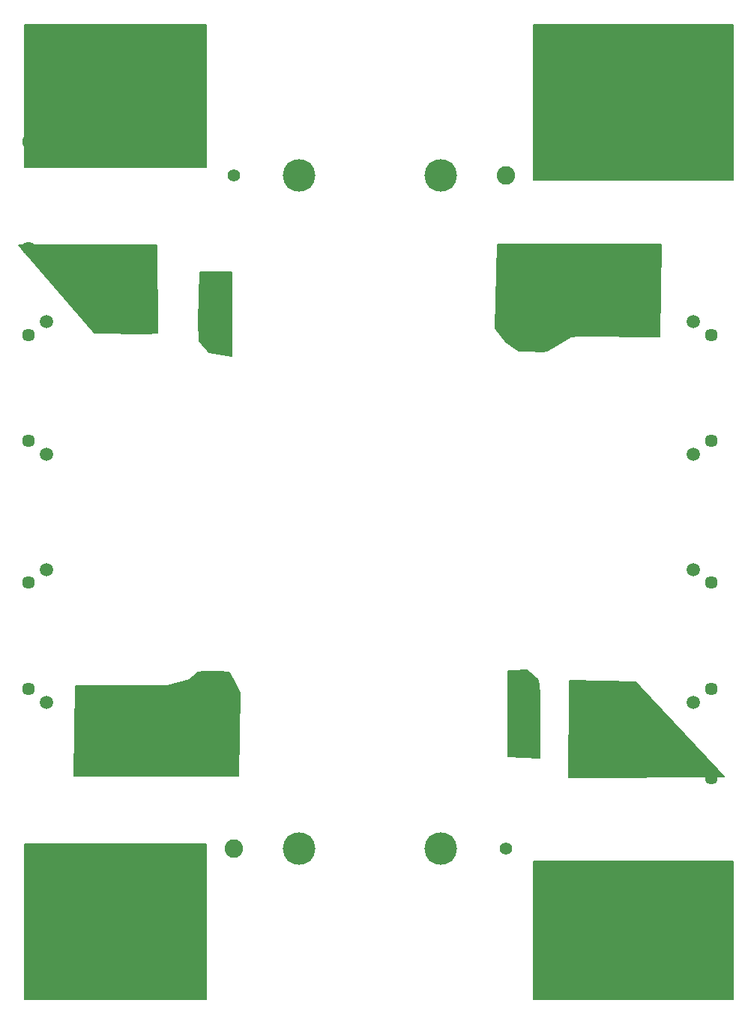
<source format=gbr>
%TF.GenerationSoftware,KiCad,Pcbnew,7.0.9*%
%TF.CreationDate,2024-08-26T11:06:27-06:00*%
%TF.ProjectId,igloo34,69676c6f-6f33-4342-9e6b-696361645f70,rev?*%
%TF.SameCoordinates,Original*%
%TF.FileFunction,Soldermask,Bot*%
%TF.FilePolarity,Negative*%
%FSLAX46Y46*%
G04 Gerber Fmt 4.6, Leading zero omitted, Abs format (unit mm)*
G04 Created by KiCad (PCBNEW 7.0.9) date 2024-08-26 11:06:27*
%MOMM*%
%LPD*%
G01*
G04 APERTURE LIST*
%ADD10C,0.150000*%
%ADD11C,0.200000*%
%ADD12C,2.080000*%
%ADD13C,3.680000*%
%ADD14C,1.420000*%
%ADD15C,1.450000*%
%ADD16C,1.500000*%
G04 APERTURE END LIST*
D10*
X-15600000Y17650000D02*
X-18150000Y18050000D01*
X-19250000Y19300000D01*
X-19350000Y21500000D01*
X-19200000Y27050000D01*
X-15600000Y27100000D01*
X-15600000Y17650000D01*
G36*
X-15600000Y17650000D02*
G01*
X-18150000Y18050000D01*
X-19250000Y19300000D01*
X-19350000Y21500000D01*
X-19200000Y27050000D01*
X-15600000Y27100000D01*
X-15600000Y17650000D01*
G37*
X19050000Y-19000000D02*
X19200000Y-20400000D01*
X19200000Y-27750000D01*
X15600000Y-27600000D01*
X15600000Y-17950000D01*
X16200000Y-17950000D01*
X17750000Y-17850000D01*
X19050000Y-19000000D01*
G36*
X19050000Y-19000000D02*
G01*
X19200000Y-20400000D01*
X19200000Y-27750000D01*
X15600000Y-27600000D01*
X15600000Y-17950000D01*
X16200000Y-17950000D01*
X17750000Y-17850000D01*
X19050000Y-19000000D01*
G37*
X30060341Y-19209984D02*
X40050000Y-29900000D01*
X22450000Y-30000000D01*
X22590000Y-20360000D01*
X22570000Y-19090000D01*
X30060341Y-19209984D01*
G36*
X30060341Y-19209984D02*
G01*
X40050000Y-29900000D01*
X22450000Y-30000000D01*
X22590000Y-20360000D01*
X22570000Y-19090000D01*
X30060341Y-19209984D01*
G37*
X-39000000Y55000000D02*
X-18500000Y55000000D01*
X-18500000Y38920000D01*
X-39000000Y38920000D01*
X-39000000Y55000000D01*
G36*
X-39000000Y55000000D02*
G01*
X-18500000Y55000000D01*
X-18500000Y38920000D01*
X-39000000Y38920000D01*
X-39000000Y55000000D01*
G37*
X-24050000Y30100000D02*
X-24030000Y20234771D01*
X-25150000Y20150000D01*
X-31100000Y20250000D01*
X-39680000Y30150000D01*
X-24050000Y30100000D01*
G36*
X-24050000Y30100000D02*
G01*
X-24030000Y20234771D01*
X-25150000Y20150000D01*
X-31100000Y20250000D01*
X-39680000Y30150000D01*
X-24050000Y30100000D01*
G37*
X-39000000Y-37500000D02*
X-18500000Y-37500000D01*
X-18500000Y-55000000D01*
X-39000000Y-55000000D01*
X-39000000Y-37500000D01*
G36*
X-39000000Y-37500000D02*
G01*
X-18500000Y-37500000D01*
X-18500000Y-55000000D01*
X-39000000Y-55000000D01*
X-39000000Y-37500000D01*
G37*
X18500000Y55000000D02*
X41000000Y55000000D01*
X41000000Y37500000D01*
X18500000Y37500000D01*
X18500000Y55000000D01*
G36*
X18500000Y55000000D02*
G01*
X41000000Y55000000D01*
X41000000Y37500000D01*
X18500000Y37500000D01*
X18500000Y55000000D01*
G37*
D11*
X-15900000Y-18100000D02*
X-14700000Y-20400000D01*
X-14870000Y-29830000D01*
X-33410000Y-29830000D01*
X-33240000Y-19650000D01*
X-24030000Y-19660000D01*
X-22890000Y-19660000D01*
X-20350000Y-19000000D01*
X-19400000Y-18100000D01*
X-18750000Y-18050000D01*
X-17000000Y-18050000D01*
X-15900000Y-18100000D01*
G36*
X-15900000Y-18100000D02*
G01*
X-14700000Y-20400000D01*
X-14870000Y-29830000D01*
X-33410000Y-29830000D01*
X-33240000Y-19650000D01*
X-24030000Y-19660000D01*
X-22890000Y-19660000D01*
X-20350000Y-19000000D01*
X-19400000Y-18100000D01*
X-18750000Y-18050000D01*
X-17000000Y-18050000D01*
X-15900000Y-18100000D01*
G37*
D10*
X18500000Y-39430000D02*
X41000000Y-39430000D01*
X41000000Y-55000000D01*
X18500000Y-55000000D01*
X18500000Y-39430000D01*
G36*
X18500000Y-39430000D02*
G01*
X41000000Y-39430000D01*
X41000000Y-55000000D01*
X18500000Y-55000000D01*
X18500000Y-39430000D01*
G37*
D11*
X32770000Y19820000D02*
X23610000Y19880000D01*
X22780000Y19820000D01*
X20020000Y18210000D01*
X19500000Y18150000D01*
X17890000Y18160000D01*
X16790000Y18160000D01*
X15400000Y19200000D01*
X14230000Y20770000D01*
X14400000Y30200000D01*
X32940000Y30200000D01*
X32770000Y19820000D01*
G36*
X32770000Y19820000D02*
G01*
X23610000Y19880000D01*
X22780000Y19820000D01*
X20020000Y18210000D01*
X19500000Y18150000D01*
X17890000Y18160000D01*
X16790000Y18160000D01*
X15400000Y19200000D01*
X14230000Y20770000D01*
X14400000Y30200000D01*
X32940000Y30200000D01*
X32770000Y19820000D01*
G37*
D12*
%TO.C,J3*%
X15400000Y38000000D03*
D13*
X8000000Y38000000D03*
X-8000000Y38000000D03*
D14*
X-15400000Y38000000D03*
%TD*%
D15*
%TO.C,J20*%
X38550000Y-42100000D03*
X38550000Y-30100000D03*
D16*
X36550000Y-43575000D03*
X36550000Y-28625000D03*
%TD*%
D15*
%TO.C,J8*%
X38550000Y8000000D03*
X38550000Y20000000D03*
D16*
X36550000Y6525000D03*
X36550000Y21475000D03*
%TD*%
D15*
%TO.C,J12*%
X-38550000Y20000000D03*
X-38550000Y8000000D03*
D16*
X-36550000Y21475000D03*
X-36550000Y6525000D03*
%TD*%
D15*
%TO.C,J15*%
X-38550000Y41800000D03*
X-38550000Y29800000D03*
D16*
X-36550000Y43275000D03*
X-36550000Y28325000D03*
%TD*%
D15*
%TO.C,J7*%
X-38550000Y-8000000D03*
X-38550000Y-20000000D03*
D16*
X-36550000Y-6525000D03*
X-36550000Y-21475000D03*
%TD*%
D15*
%TO.C,J11*%
X38550000Y-20000000D03*
X38550000Y-8000000D03*
D16*
X36550000Y-21475000D03*
X36550000Y-6525000D03*
%TD*%
D14*
%TO.C,J4*%
X15400000Y-38000000D03*
D13*
X8000000Y-38000000D03*
X-8000000Y-38000000D03*
D12*
X-15400000Y-38000000D03*
%TD*%
M02*

</source>
